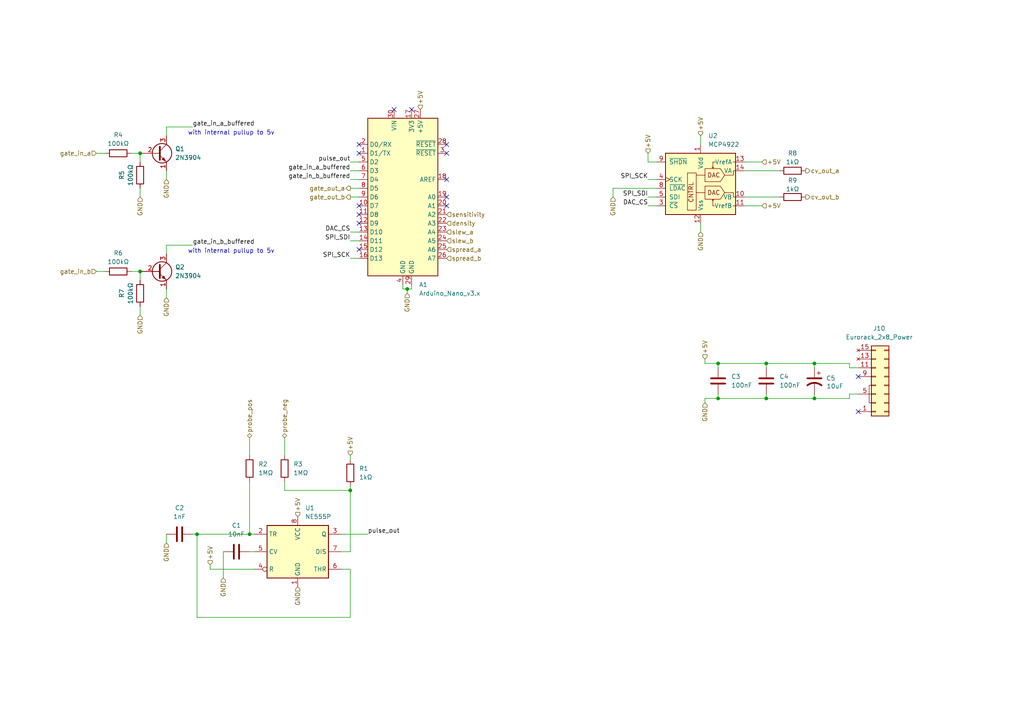
<source format=kicad_sch>
(kicad_sch (version 20250114) (generator "eeschema") (generator_version "9.0")
  (paper "A4")
  (lib_symbols
    (symbol "Analog_DAC:MCP4922" (pin_names (offset 1.016))
      (property "Reference" "U" (at -1.905 10.795 0))
      (property "Value" "MCP4922" (at -1.905 8.89 0))
      (symbol "MCP4922_0_0"
        (polyline (pts (xy 3.556 3.302) (xy 3.302 3.556)))
        (polyline (pts (xy 3.556 3.302) (xy 3.81 3.556)))
        (polyline (pts (xy 3.556 -5.842) (xy 3.302 -6.096)))
        (polyline (pts (xy 3.556 -5.842) (xy 3.81 -6.096)))
        (polyline (pts (xy 4.064 -7.62) (xy 3.556 -7.62) (xy 3.556 -5.842)))
        (polyline (pts (xy 4.318 5.08) (xy 3.556 5.08) (xy 3.556 3.302)))
        (polyline (pts (xy 6.985 1.27) (xy 9.525 1.27) (xy 9.525 2.54) (xy 10.16 2.54)))
        (polyline (pts (xy 6.985 -3.81) (xy 9.525 -3.81) (xy 9.525 -5.08) (xy 10.16 -5.08)))
        (polyline (pts (xy 10.16 5.08) (xy 9.398 5.08)))
        (polyline (pts (xy 10.16 -7.62) (xy 9.398 -7.62)))
        (text "CNTRL" (at -2.032 -6.731 900) (effects (font (size 1.27 1.27)) (justify left bottom)))
        (text "DAC" (at 3.81 1.27 0) (effects (font (size 1.27 1.27))))
        (text "DAC" (at 3.81 -3.81 0) (effects (font (size 1.27 1.27))))
      )
      (symbol "MCP4922_0_1"
        (rectangle (start -10.16 7.62) (end 10.16 -10.16) (stroke (width 0.254)) (fill (type background)))
        (rectangle (start -1.27 -8.89) (end -3.81 1.905))
        (polyline (pts (xy 1.27 1.27) (xy -1.27 1.27)))
        (polyline (pts (xy 1.27 -3.81) (xy -1.27 -3.81)))
        (polyline (pts (xy 6.985 1.27) (xy 5.715 3.175) (xy 1.27 3.175) (xy 1.27 -0.635) (xy 5.715 -0.635) (xy 6.985 1.27)))
        (polyline (pts (xy 6.985 -3.81) (xy 5.715 -1.905) (xy 1.27 -1.905) (xy 1.27 -5.715) (xy 5.715 -5.715) (xy 6.985 -3.81)))
      )
      (symbol "MCP4922_1_1"
        (pin output line (at -12.7 5.08 0) (length 2.54) (name "~{SHDN}") (number "9"))
        (pin input clock (at -12.7 0 0) (length 2.54) (name "SCK") (number "4"))
        (pin input line (at -12.7 -2.54 0) (length 2.54) (name "~{LDAC}") (number "8"))
        (pin input line (at -12.7 -5.08 0) (length 2.54) (name "SDI") (number "5"))
        (pin input line (at -12.7 -7.62 0) (length 2.54) (name "~{CS}") (number "3"))
        (pin no_connect line (at -7.62 -10.16 90) (length 2.54) (hide yes) (name "NC") (number "2"))
        (pin no_connect line (at -5.08 -10.16 90) (length 2.54) (hide yes) (name "NC") (number "6"))
        (pin no_connect line (at -2.54 -10.16 90) (length 2.54) (hide yes) (name "NC") (number "7"))
        (pin power_in line (at 0 10.16 270) (length 2.54) (name "Vdd") (number "1"))
        (pin power_in line (at 0 -12.7 90) (length 2.54) (name "Vss") (number "12"))
        (pin input line (at 12.7 5.08 180) (length 2.54) (name "VrefA") (number "13"))
        (pin output line (at 12.7 2.54 180) (length 2.54) (name "VA") (number "14"))
        (pin output line (at 12.7 -5.08 180) (length 2.54) (name "VB") (number "10"))
        (pin input line (at 12.7 -7.62 180) (length 2.54) (name "VrefB") (number "11"))
      )
    )
    (symbol "Device:C" (pin_numbers (hide yes)) (pin_names (offset 0.254))
      (property "Reference" "C" (at 0.635 2.54 0))
      (property "Value" "C" (at 0.635 -2.54 0))
      (symbol "C_0_1"
        (polyline (pts (xy -2.032 0.762) (xy 2.032 0.762)) (stroke (width 0.508)))
        (polyline (pts (xy -2.032 -0.762) (xy 2.032 -0.762)) (stroke (width 0.508)))
      )
      (symbol "C_1_1"
        (pin passive line (at 0 3.81 270) (length 2.794) (name "~") (number "1"))
        (pin passive line (at 0 -3.81 90) (length 2.794) (name "~") (number "2"))
      )
    )
    (symbol "Device:C_Polarized_US" (pin_numbers (hide yes)) (pin_names (offset 0.254) (hide yes))
      (property "Reference" "C" (at 0.635 2.54 0))
      (property "Value" "C_Polarized_US" (at 0.635 -2.54 0))
      (symbol "C_Polarized_US_0_1"
        (polyline (pts (xy -2.032 0.762) (xy 2.032 0.762)) (stroke (width 0.508)))
        (polyline (pts (xy -1.778 2.286) (xy -0.762 2.286)))
        (polyline (pts (xy -1.27 1.778) (xy -1.27 2.794)))
        (arc (start -2.032 -1.27) (mid 0 -0.5572) (end 2.032 -1.27) (stroke (width 0.508)))
      )
      (symbol "C_Polarized_US_1_1"
        (pin passive line (at 0 3.81 270) (length 2.794) (name "~") (number "1"))
        (pin passive line (at 0 -3.81 90) (length 3.302) (name "~") (number "2"))
      )
    )
    (symbol "Device:Q_NPN_EBC" (pin_names (offset 0) (hide yes))
      (property "Reference" "Q" (at 5.08 1.27 0))
      (property "Value" "Q_NPN_EBC" (at 5.08 -1.27 0))
      (symbol "Q_NPN_EBC_0_1"
        (polyline (pts (xy 0.635 1.905) (xy 0.635 -1.905) (xy 0.635 -1.905)) (stroke (width 0.508)))
        (polyline (pts (xy 0.635 0.635) (xy 2.54 2.54)))
        (polyline (pts (xy 0.635 -0.635) (xy 2.54 -2.54) (xy 2.54 -2.54)))
        (circle (center 1.27 0) (radius 2.8194) (stroke (width 0.254)))
        (polyline (pts (xy 1.27 -1.778) (xy 1.778 -1.27) (xy 2.286 -2.286) (xy 1.27 -1.778) (xy 1.27 -1.778)) (fill (type outline)))
      )
      (symbol "Q_NPN_EBC_1_1"
        (pin passive line (at -5.08 0 0) (length 5.715) (name "B") (number "2"))
        (pin passive line (at 2.54 5.08 270) (length 2.54) (name "C") (number "3"))
        (pin passive line (at 2.54 -5.08 90) (length 2.54) (name "E") (number "1"))
      )
    )
    (symbol "Device:R" (pin_numbers (hide yes)) (pin_names (offset 0))
      (property "Reference" "R" (at 2.032 0 90))
      (property "Value" "R" (at 0 0 90))
      (symbol "R_0_1"
        (rectangle (start -1.016 -2.54) (end 1.016 2.54) (stroke (width 0.254)))
      )
      (symbol "R_1_1"
        (pin passive line (at 0 3.81 270) (length 1.27) (name "~") (number "1"))
        (pin passive line (at 0 -3.81 90) (length 1.27) (name "~") (number "2"))
      )
    )
    (symbol "FreeModular:Eurorack_2x8_Power" (pin_names (offset 1.016) (hide yes))
      (property "Reference" "J1" (at 1.27 13.97 0))
      (property "Value" "Eurorack_2x8_Power" (at 1.905 11.43 0))
      (symbol "Eurorack_2x8_Power_0_1"
        (polyline (pts (xy -1.27 5.08) (xy -1.905 5.08) (xy -1.905 0) (xy -1.27 0)))
      )
      (symbol "Eurorack_2x8_Power_1_1"
        (rectangle (start -1.27 8.89) (end 3.81 -11.43) (stroke (width 0.254)) (fill (type background)))
        (rectangle (start -1.27 7.747) (end 0 7.493) (stroke (width 0.1524)))
        (rectangle (start -1.27 5.207) (end 0 4.953) (stroke (width 0.1524)))
        (rectangle (start -1.27 2.667) (end 0 2.413) (stroke (width 0.1524)))
        (rectangle (start -1.27 0.127) (end 0 -0.127) (stroke (width 0.1524)))
        (rectangle (start -1.27 -2.413) (end 0 -2.667) (stroke (width 0.1524)))
        (rectangle (start -1.27 -4.953) (end 0 -5.207) (stroke (width 0.1524)))
        (rectangle (start -1.27 -7.493) (end 0 -7.747) (stroke (width 0.1524)))
        (rectangle (start -1.27 -10.033) (end 0 -10.287) (stroke (width 0.1524)))
        (rectangle (start 3.81 7.747) (end 2.54 7.493) (stroke (width 0.1524)))
        (rectangle (start 3.81 5.207) (end 2.54 4.953) (stroke (width 0.1524)))
        (rectangle (start 3.81 2.667) (end 2.54 2.413) (stroke (width 0.1524)))
        (rectangle (start 3.81 0.127) (end 2.54 -0.127) (stroke (width 0.1524)))
        (rectangle (start 3.81 -2.413) (end 2.54 -2.667) (stroke (width 0.1524)))
        (rectangle (start 3.81 -4.953) (end 2.54 -5.207) (stroke (width 0.1524)))
        (rectangle (start 3.81 -7.493) (end 2.54 -7.747) (stroke (width 0.1524)))
        (rectangle (start 3.81 -10.033) (end 2.54 -10.287) (stroke (width 0.1524)))
        (pin power_out line (at -5.08 7.62 0) (length 3.81) (name "-12v") (number "1"))
        (pin passive line (at -5.08 7.62 0) (length 3.81) (hide yes) (name "-12v") (number "2"))
        (pin power_out line (at -5.08 2.54 0) (length 3.81) (hide yes) (name "GND") (number "3"))
        (pin passive line (at -5.08 2.54 0) (length 3.81) (hide yes) (name "GND") (number "4"))
        (pin power_out line (at -5.08 2.54 0) (length 3.81) (name "GND") (number "5"))
        (pin passive line (at -5.08 2.54 0) (length 3.81) (hide yes) (name "GND") (number "6"))
        (pin power_out line (at -5.08 2.54 0) (length 3.81) (hide yes) (name "GND") (number "7"))
        (pin passive line (at -5.08 2.54 0) (length 3.81) (hide yes) (name "GND") (number "8"))
        (pin passive line (at -5.08 -2.54 0) (length 3.81) (hide yes) (name "+12v") (number "10"))
        (pin power_out line (at -5.08 -2.54 0) (length 3.81) (name "+12v") (number "9"))
        (pin passive line (at -5.08 -5.08 0) (length 3.81) (name "+5v") (number "11"))
        (pin passive line (at -5.08 -5.08 0) (length 3.81) (hide yes) (name "+5v") (number "12"))
        (pin no_connect line (at -5.08 -7.62 0) (length 3.81) (name "Pin_13") (number "13"))
        (pin no_connect line (at -5.08 -10.16 0) (length 3.81) (name "Pin_15") (number "15"))
        (pin no_connect line (at 7.62 -7.62 180) (length 3.81) (hide yes) (name "Pin_14") (number "14"))
        (pin no_connect line (at 7.62 -10.16 180) (length 3.81) (hide yes) (name "Pin_16") (number "16"))
      )
    )
    (symbol "MCU_Module:Arduino_Nano_v3.x"
      (property "Reference" "A" (at -10.16 23.495 0))
      (property "Value" "Arduino_Nano_v3.x" (at 5.08 -24.13 0))
      (symbol "Arduino_Nano_v3.x_0_1"
        (rectangle (start -10.16 22.86) (end 10.16 -22.86) (stroke (width 0.254)) (fill (type background)))
      )
      (symbol "Arduino_Nano_v3.x_1_1"
        (pin bidirectional line (at -12.7 15.24 0) (length 2.54) (name "D0/RX") (number "2"))
        (pin bidirectional line (at -12.7 12.7 0) (length 2.54) (name "D1/TX") (number "1"))
        (pin bidirectional line (at -12.7 10.16 0) (length 2.54) (name "D2") (number "5"))
        (pin bidirectional line (at -12.7 7.62 0) (length 2.54) (name "D3") (number "6"))
        (pin bidirectional line (at -12.7 5.08 0) (length 2.54) (name "D4") (number "7"))
        (pin bidirectional line (at -12.7 2.54 0) (length 2.54) (name "D5") (number "8"))
        (pin bidirectional line (at -12.7 0 0) (length 2.54) (name "D6") (number "9"))
        (pin bidirectional line (at -12.7 -2.54 0) (length 2.54) (name "D7") (number "10"))
        (pin bidirectional line (at -12.7 -5.08 0) (length 2.54) (name "D8") (number "11"))
        (pin bidirectional line (at -12.7 -7.62 0) (length 2.54) (name "D9") (number "12"))
        (pin bidirectional line (at -12.7 -10.16 0) (length 2.54) (name "D10") (number "13"))
        (pin bidirectional line (at -12.7 -12.7 0) (length 2.54) (name "D11") (number "14"))
        (pin bidirectional line (at -12.7 -15.24 0) (length 2.54) (name "D12") (number "15"))
        (pin bidirectional line (at -12.7 -17.78 0) (length 2.54) (name "D13") (number "16"))
        (pin power_in line (at -2.54 25.4 270) (length 2.54) (name "VIN") (number "30"))
        (pin power_in line (at 0 -25.4 90) (length 2.54) (name "GND") (number "4"))
        (pin power_out line (at 2.54 25.4 270) (length 2.54) (name "3V3") (number "17"))
        (pin power_in line (at 2.54 -25.4 90) (length 2.54) (name "GND") (number "29"))
        (pin power_out line (at 5.08 25.4 270) (length 2.54) (name "+5V") (number "27"))
        (pin input line (at 12.7 15.24 180) (length 2.54) (name "~{RESET}") (number "28"))
        (pin input line (at 12.7 12.7 180) (length 2.54) (name "~{RESET}") (number "3"))
        (pin input line (at 12.7 5.08 180) (length 2.54) (name "AREF") (number "18"))
        (pin bidirectional line (at 12.7 0 180) (length 2.54) (name "A0") (number "19"))
        (pin bidirectional line (at 12.7 -2.54 180) (length 2.54) (name "A1") (number "20"))
        (pin bidirectional line (at 12.7 -5.08 180) (length 2.54) (name "A2") (number "21"))
        (pin bidirectional line (at 12.7 -7.62 180) (length 2.54) (name "A3") (number "22"))
        (pin bidirectional line (at 12.7 -10.16 180) (length 2.54) (name "A4") (number "23"))
        (pin bidirectional line (at 12.7 -12.7 180) (length 2.54) (name "A5") (number "24"))
        (pin bidirectional line (at 12.7 -15.24 180) (length 2.54) (name "A6") (number "25"))
        (pin bidirectional line (at 12.7 -17.78 180) (length 2.54) (name "A7") (number "26"))
      )
    )
    (symbol "Timer:NE555P"
      (property "Reference" "U" (at -10.16 8.89 0))
      (property "Value" "NE555P" (at 2.54 8.89 0))
      (symbol "NE555P_0_0"
        (pin power_in line (at 0 10.16 270) (length 2.54) (name "VCC") (number "8"))
        (pin power_in line (at 0 -10.16 90) (length 2.54) (name "GND") (number "1"))
      )
      (symbol "NE555P_0_1"
        (rectangle (start -8.89 -7.62) (end 8.89 7.62) (stroke (width 0.254)) (fill (type background)))
        (rectangle (start -8.89 -7.62) (end 8.89 7.62) (stroke (width 0.254)) (fill (type background)))
      )
      (symbol "NE555P_1_1"
        (pin input line (at -12.7 5.08 0) (length 3.81) (name "TR") (number "2"))
        (pin input line (at -12.7 0 0) (length 3.81) (name "CV") (number "5"))
        (pin input inverted (at -12.7 -5.08 0) (length 3.81) (name "R") (number "4"))
        (pin output line (at 12.7 5.08 180) (length 3.81) (name "Q") (number "3"))
        (pin input line (at 12.7 0 180) (length 3.81) (name "DIS") (number "7"))
        (pin input line (at 12.7 -5.08 180) (length 3.81) (name "THR") (number "6"))
      )
    )
  )
  (text "with internal pullup to 5v" (at 67.056 38.608 0) (effects (font (size 1.27 1.27))))
  (text "with internal pullup to 5v" (at 67.056 72.898 0) (effects (font (size 1.27 1.27))))
  (junction (at 72.39 154.94))
  (junction (at 101.6 142.24))
  (junction (at 208.28 115.57))
  (junction (at 40.64 44.45))
  (junction (at 57.15 154.94))
  (junction (at 118.11 83.82))
  (junction (at 236.22 115.57))
  (junction (at 40.64 78.74))
  (junction (at 222.25 105.41))
  (junction (at 236.22 105.41))
  (junction (at 222.25 115.57))
  (junction (at 208.28 105.41))
  (no_connect (at 129.54 52.07))
  (no_connect (at 248.92 119.38))
  (no_connect (at 104.14 44.45))
  (no_connect (at 129.54 59.69))
  (no_connect (at 129.54 44.45))
  (no_connect (at 248.92 109.22))
  (no_connect (at 104.14 41.91))
  (no_connect (at 104.14 59.69))
  (no_connect (at 114.3 31.75))
  (no_connect (at 129.54 41.91))
  (no_connect (at 104.14 72.39))
  (no_connect (at 104.14 62.23))
  (no_connect (at 104.14 64.77))
  (no_connect (at 119.38 31.75))
  (no_connect (at 129.54 57.15))
  (wire (pts (xy 204.47 105.41) (xy 208.28 105.41)))
  (wire (pts (xy 40.64 57.15) (xy 40.64 54.61)))
  (wire (pts (xy 208.28 115.57) (xy 208.28 114.3)))
  (wire (pts (xy 73.66 165.1) (xy 60.96 165.1)))
  (wire (pts (xy 203.2 39.37) (xy 203.2 41.91)))
  (wire (pts (xy 208.28 105.41) (xy 208.28 106.68)))
  (wire (pts (xy 48.26 154.94) (xy 48.26 157.48)))
  (wire (pts (xy 48.26 36.83) (xy 55.88 36.83)))
  (wire (pts (xy 55.88 154.94) (xy 57.15 154.94)))
  (wire (pts (xy 72.39 160.02) (xy 73.66 160.02)))
  (wire (pts (xy 101.6 69.85) (xy 104.14 69.85)))
  (wire (pts (xy 72.39 154.94) (xy 57.15 154.94)))
  (wire (pts (xy 116.84 82.55) (xy 116.84 83.82)))
  (wire (pts (xy 48.26 36.83) (xy 48.26 39.37)))
  (wire (pts (xy 64.77 160.02) (xy 64.77 167.64)))
  (wire (pts (xy 101.6 46.99) (xy 104.14 46.99)))
  (wire (pts (xy 101.6 132.08) (xy 101.6 133.35)))
  (wire (pts (xy 101.6 142.24) (xy 101.6 160.02)))
  (wire (pts (xy 101.6 67.31) (xy 104.14 67.31)))
  (wire (pts (xy 72.39 139.7) (xy 72.39 154.94)))
  (wire (pts (xy 187.96 46.99) (xy 190.5 46.99)))
  (wire (pts (xy 177.8 57.15) (xy 177.8 54.61)))
  (wire (pts (xy 208.28 105.41) (xy 222.25 105.41)))
  (wire (pts (xy 101.6 179.07) (xy 101.6 165.1)))
  (wire (pts (xy 208.28 115.57) (xy 222.25 115.57)))
  (wire (pts (xy 40.64 81.28) (xy 40.64 78.74)))
  (wire (pts (xy 101.6 49.53) (xy 104.14 49.53)))
  (wire (pts (xy 187.96 57.15) (xy 190.5 57.15)))
  (wire (pts (xy 248.92 106.68) (xy 246.38 106.68)))
  (wire (pts (xy 99.06 160.02) (xy 101.6 160.02)))
  (wire (pts (xy 177.8 54.61) (xy 190.5 54.61)))
  (wire (pts (xy 101.6 140.97) (xy 101.6 142.24)))
  (wire (pts (xy 48.26 71.12) (xy 48.26 73.66)))
  (wire (pts (xy 248.92 114.3) (xy 246.38 114.3)))
  (wire (pts (xy 236.22 105.41) (xy 236.22 106.68)))
  (wire (pts (xy 116.84 83.82) (xy 118.11 83.82)))
  (wire (pts (xy 215.9 46.99) (xy 220.98 46.99)))
  (wire (pts (xy 27.94 44.45) (xy 30.48 44.45)))
  (wire (pts (xy 40.64 46.99) (xy 40.64 44.45)))
  (wire (pts (xy 48.26 71.12) (xy 55.88 71.12)))
  (wire (pts (xy 57.15 179.07) (xy 101.6 179.07)))
  (wire (pts (xy 215.9 57.15) (xy 226.06 57.15)))
  (wire (pts (xy 57.15 154.94) (xy 57.15 179.07)))
  (wire (pts (xy 48.26 49.53) (xy 48.26 52.07)))
  (wire (pts (xy 215.9 49.53) (xy 226.06 49.53)))
  (wire (pts (xy 101.6 57.15) (xy 104.14 57.15)))
  (wire (pts (xy 236.22 105.41) (xy 222.25 105.41)))
  (wire (pts (xy 215.9 59.69) (xy 220.98 59.69)))
  (wire (pts (xy 38.1 78.74) (xy 40.64 78.74)))
  (wire (pts (xy 187.96 52.07) (xy 190.5 52.07)))
  (wire (pts (xy 72.39 127) (xy 72.39 132.08)))
  (wire (pts (xy 101.6 54.61) (xy 104.14 54.61)))
  (wire (pts (xy 82.55 127) (xy 82.55 132.08)))
  (wire (pts (xy 187.96 44.45) (xy 187.96 46.99)))
  (wire (pts (xy 204.47 104.14) (xy 204.47 105.41)))
  (wire (pts (xy 246.38 106.68) (xy 246.38 105.41)))
  (wire (pts (xy 236.22 105.41) (xy 246.38 105.41)))
  (wire (pts (xy 82.55 142.24) (xy 101.6 142.24)))
  (wire (pts (xy 73.66 154.94) (xy 72.39 154.94)))
  (wire (pts (xy 99.06 154.94) (xy 106.68 154.94)))
  (wire (pts (xy 118.11 83.82) (xy 119.38 83.82)))
  (wire (pts (xy 204.47 115.57) (xy 208.28 115.57)))
  (wire (pts (xy 236.22 115.57) (xy 246.38 115.57)))
  (wire (pts (xy 236.22 114.3) (xy 236.22 115.57)))
  (wire (pts (xy 27.94 78.74) (xy 30.48 78.74)))
  (wire (pts (xy 48.26 83.82) (xy 48.26 86.36)))
  (wire (pts (xy 222.25 115.57) (xy 222.25 114.3)))
  (wire (pts (xy 119.38 83.82) (xy 119.38 82.55)))
  (wire (pts (xy 222.25 105.41) (xy 222.25 106.68)))
  (wire (pts (xy 101.6 74.93) (xy 104.14 74.93)))
  (wire (pts (xy 101.6 52.07) (xy 104.14 52.07)))
  (wire (pts (xy 40.64 91.44) (xy 40.64 88.9)))
  (wire (pts (xy 118.11 83.82) (xy 118.11 85.09)))
  (wire (pts (xy 204.47 115.57) (xy 204.47 116.84)))
  (wire (pts (xy 38.1 44.45) (xy 40.64 44.45)))
  (wire (pts (xy 101.6 165.1) (xy 99.06 165.1)))
  (wire (pts (xy 222.25 115.57) (xy 236.22 115.57)))
  (wire (pts (xy 246.38 114.3) (xy 246.38 115.57)))
  (wire (pts (xy 187.96 59.69) (xy 190.5 59.69)))
  (wire (pts (xy 82.55 139.7) (xy 82.55 142.24)))
  (wire (pts (xy 203.2 67.31) (xy 203.2 64.77)))
  (wire (pts (xy 60.96 163.83) (xy 60.96 165.1)))
  (label "pulse_out" (at 101.6 46.99 180))
  (label "gate_in_b_buffered" (at 101.6 52.07 180))
  (label "SPI_SDI" (at 187.96 57.15 180))
  (label "DAC_CS" (at 187.96 59.69 180))
  (label "SPI_SCK" (at 101.6 74.93 180))
  (label "pulse_out" (at 106.68 154.94 0))
  (label "gate_in_a_buffered" (at 55.88 36.83 0))
  (label "DAC_CS" (at 101.6 67.31 180))
  (label "gate_in_b_buffered" (at 55.88 71.12 0))
  (label "SPI_SDI" (at 101.6 69.85 180))
  (label "gate_in_a_buffered" (at 101.6 49.53 180))
  (label "SPI_SCK" (at 187.96 52.07 180))
  (hierarchical_label "cv_out_a" (shape output) (at 233.68 49.53 0))
  (hierarchical_label "+5V" (shape input) (at 204.47 104.14 90))
  (hierarchical_label "sensitivity" (shape input) (at 129.54 62.23 0))
  (hierarchical_label "GND" (shape input) (at 118.11 85.09 270))
  (hierarchical_label "spread_a" (shape input) (at 129.54 72.39 0))
  (hierarchical_label "+5V" (shape input) (at 86.36 149.86 90))
  (hierarchical_label "gate_in_b" (shape input) (at 27.94 78.74 180))
  (hierarchical_label "GND" (shape input) (at 40.64 57.15 270))
  (hierarchical_label "probe_pos" (shape bidirectional) (at 72.39 127 90))
  (hierarchical_label "GND" (shape input) (at 40.64 91.44 270))
  (hierarchical_label "+5V" (shape input) (at 121.92 31.75 90))
  (hierarchical_label "cv_out_b" (shape output) (at 233.68 57.15 0))
  (hierarchical_label "GND" (shape input) (at 48.26 157.48 270))
  (hierarchical_label "slew_b" (shape input) (at 129.54 69.85 0))
  (hierarchical_label "GND" (shape input) (at 48.26 52.07 270))
  (hierarchical_label "GND" (shape input) (at 86.36 170.18 270))
  (hierarchical_label "gate_out_b" (shape output) (at 101.6 57.15 180))
  (hierarchical_label "GND" (shape input) (at 48.26 86.36 270))
  (hierarchical_label "gate_in_a" (shape input) (at 27.94 44.45 180))
  (hierarchical_label "gate_out_a" (shape output) (at 101.6 54.61 180))
  (hierarchical_label "+5V" (shape input) (at 220.98 59.69 0))
  (hierarchical_label "+5V" (shape input) (at 187.96 44.45 90))
  (hierarchical_label "GND" (shape input) (at 177.8 57.15 270))
  (hierarchical_label "+5V" (shape input) (at 101.6 132.08 90))
  (hierarchical_label "+5V" (shape input) (at 60.96 163.83 90))
  (hierarchical_label "GND" (shape input) (at 204.47 116.84 270))
  (hierarchical_label "GND" (shape input) (at 64.77 167.64 270))
  (hierarchical_label "GND" (shape input) (at 203.2 67.31 270))
  (hierarchical_label "density" (shape input) (at 129.54 64.77 0))
  (hierarchical_label "+5V" (shape input) (at 203.2 39.37 90))
  (hierarchical_label "+5V" (shape input) (at 220.98 46.99 0))
  (hierarchical_label "spread_b" (shape input) (at 129.54 74.93 0))
  (hierarchical_label "slew_a" (shape input) (at 129.54 67.31 0))
  (hierarchical_label "probe_neg" (shape bidirectional) (at 82.55 127 90))
  (symbol (lib_id "Device:R") (at 40.64 50.8 180) (unit 1)
    (property "Reference" "R5" (at 35.306 50.8 90))
    (property "Value" "100kΩ" (at 37.846 50.8 90))
    (property "Footprint" "Resistor_THT:R_Axial_DIN0207_L6.3mm_D2.5mm_P10.16mm_Horizontal" (effects (hide yes)))
    (property "Description" "Resistor" (effects (hide yes)))
  )
  (symbol (lib_id "MCU_Module:Arduino_Nano_v3.x") (at 116.84 57.15 0) (unit 1)
    (property "Reference" "A1" (at 121.5233 82.55 0) (effects (justify left)))
    (property "Value" "Arduino_Nano_v3.x" (at 121.5233 85.09 0) (effects (justify left)))
    (property "Footprint" "Module:Arduino_Nano" (effects (hide yes)))
    (property "Datasheet" "http://www.mouser.com/pdfdocs/Gravitech_Arduino_Nano3_0.pdf" (effects (hide yes)))
    (property "Description" "Arduino Nano v3.x" (effects (hide yes)))
  )
  (symbol (lib_id "Device:R") (at 34.29 44.45 90) (unit 1)
    (property "Reference" "R4" (at 34.29 39.116 90))
    (property "Value" "100kΩ" (at 34.29 41.656 90))
    (property "Footprint" "Resistor_THT:R_Axial_DIN0207_L6.3mm_D2.5mm_P10.16mm_Horizontal" (effects (hide yes)))
    (property "Description" "Resistor" (effects (hide yes)))
  )
  (symbol (lib_id "Device:R") (at 101.6 137.16 0) (unit 1)
    (property "Reference" "R1" (at 104.14 135.8899 0) (effects (justify left)))
    (property "Value" "1kΩ" (at 104.14 138.4299 0) (effects (justify left)))
    (property "Description" "Resistor" (effects (hide yes)))
  )
  (symbol (lib_id "Device:Q_NPN_EBC") (at 45.72 44.45 0) (unit 1)
    (property "Reference" "Q1" (at 50.8 43.1799 0) (effects (justify left)))
    (property "Value" "2N3904" (at 50.8 45.7199 0) (effects (justify left)))
    (property "Footprint" "Package_TO_SOT_THT:TO-92L_Inline_Wide" (effects (hide yes)))
    (property "Description" "NPN transistor, emitter/base/collector" (effects (hide yes)))
    (property "Sim.Device" "NPN" (effects (hide yes)))
    (property "Sim.Type" "GUMMELPOON" (effects (hide yes)))
    (property "Sim.Pins" "1=C 2=B 3=E" (effects (hide yes)))
  )
  (symbol (lib_id "Timer:NE555P") (at 86.36 160.02 0) (unit 1)
    (property "Reference" "U1" (at 88.5033 147.32 0) (effects (justify left)))
    (property "Value" "NE555P" (at 88.5033 149.86 0) (effects (justify left)))
    (property "Footprint" "Package_DIP:DIP-8_W7.62mm" (effects (hide yes)))
    (property "Datasheet" "http://www.ti.com/lit/ds/symlink/ne555.pdf" (effects (hide yes)))
    (property "Description" "Precision Timers, 555 compatible,  PDIP-8" (effects (hide yes)))
  )
  (symbol (lib_id "Device:C_Polarized_US") (at 236.22 110.49 0) (mirror y) (unit 1)
    (property "Reference" "C5" (at 242.316 109.728 0) (effects (justify left)))
    (property "Value" "10uF" (at 244.602 112.014 0) (effects (justify left)))
    (property "Footprint" "Capacitor_THT:CP_Radial_D4.0mm_P1.50mm" (effects (hide yes)))
    (property "Description" "Polarized capacitor, US symbol" (effects (hide yes)))
  )
  (symbol (lib_id "Device:C") (at 222.25 110.49 180) (unit 1)
    (property "Reference" "C4" (at 226.06 109.2199 0) (effects (justify right)))
    (property "Value" "100nF" (at 226.06 111.7599 0) (effects (justify right)))
    (property "Description" "Unpolarized capacitor" (effects (hide yes)))
  )
  (symbol (lib_id "FreeModular:Eurorack_2x8_Power") (at 254 111.76 0) (mirror x) (unit 1)
    (property "Reference" "J10" (at 255.016 95.25 0))
    (property "Value" "Eurorack_2x8_Power" (at 255.016 97.79 0))
    (property "Footprint" "Connector_IDC:IDC-Header_2x08_P2.54mm_Vertical" (effects (hide yes)))
    (property "Description" "Generic connector, double row, 02x08, odd/even pin numbering scheme (row 1 odd numbers, row 2 even numbers), script generated (kicad-library-utils/schlib/autogen/connector/)" (effects (hide yes)))
  )
  (symbol (lib_id "Device:C") (at 208.28 110.49 180) (unit 1)
    (property "Reference" "C3" (at 212.09 109.2199 0) (effects (justify right)))
    (property "Value" "100nF" (at 212.09 111.7599 0) (effects (justify right)))
    (property "Description" "Unpolarized capacitor" (effects (hide yes)))
  )
  (symbol (lib_id "Device:R") (at 229.87 57.15 90) (unit 1)
    (property "Reference" "R9" (at 229.87 52.324 90))
    (property "Value" "1kΩ" (at 229.87 54.864 90))
    (property "Footprint" "Resistor_THT:R_Axial_DIN0207_L6.3mm_D2.5mm_P10.16mm_Horizontal" (effects (hide yes)))
    (property "Description" "Resistor" (effects (hide yes)))
  )
  (symbol (lib_id "Device:R") (at 229.87 49.53 90) (unit 1)
    (property "Reference" "R8" (at 229.87 44.45 90))
    (property "Value" "1kΩ" (at 229.87 46.99 90))
    (property "Footprint" "Resistor_THT:R_Axial_DIN0207_L6.3mm_D2.5mm_P10.16mm_Horizontal" (effects (hide yes)))
    (property "Description" "Resistor" (effects (hide yes)))
  )
  (symbol (lib_id "Analog_DAC:MCP4922") (at 203.2 52.07 0) (unit 1)
    (property "Reference" "U2" (at 205.3941 39.37 0) (effects (justify left)))
    (property "Value" "MCP4922" (at 205.3941 41.91 0) (effects (justify left)))
    (property "Footprint" "Package_DIP:DIP-14_W7.62mm" (effects (hide yes)))
    (property "Datasheet" "http://ww1.microchip.com/downloads/en/DeviceDoc/22250A.pdf" (effects (hide yes)))
    (property "Description" "2-Channel 12-Bit D/A Converters with SPI Interface" (effects (hide yes)))
  )
  (symbol (lib_id "Device:Q_NPN_EBC") (at 45.72 78.74 0) (unit 1)
    (property "Reference" "Q2" (at 50.8 77.4699 0) (effects (justify left)))
    (property "Value" "2N3904" (at 50.8 80.0099 0) (effects (justify left)))
    (property "Footprint" "Package_TO_SOT_THT:TO-92L_Inline_Wide" (effects (hide yes)))
    (property "Description" "NPN transistor, emitter/base/collector" (effects (hide yes)))
    (property "Sim.Device" "NPN" (effects (hide yes)))
    (property "Sim.Type" "GUMMELPOON" (effects (hide yes)))
    (property "Sim.Pins" "1=C 2=B 3=E" (effects (hide yes)))
  )
  (symbol (lib_id "Device:R") (at 34.29 78.74 90) (unit 1)
    (property "Reference" "R6" (at 34.29 73.406 90))
    (property "Value" "100kΩ" (at 34.29 75.946 90))
    (property "Footprint" "Resistor_THT:R_Axial_DIN0207_L6.3mm_D2.5mm_P10.16mm_Horizontal" (effects (hide yes)))
    (property "Description" "Resistor" (effects (hide yes)))
  )
  (symbol (lib_id "Device:R") (at 72.39 135.89 0) (unit 1)
    (property "Reference" "R2" (at 74.93 134.6199 0) (effects (justify left)))
    (property "Value" "1MΩ" (at 74.93 137.1599 0) (effects (justify left)))
    (property "Description" "Resistor" (effects (hide yes)))
  )
  (symbol (lib_id "Device:C") (at 68.58 160.02 90) (unit 1)
    (property "Reference" "C1" (at 68.58 152.4 90))
    (property "Value" "10nF" (at 68.58 154.94 90))
    (property "Description" "Unpolarized capacitor" (effects (hide yes)))
  )
  (symbol (lib_id "Device:C") (at 52.07 154.94 90) (unit 1)
    (property "Reference" "C2" (at 52.07 147.32 90))
    (property "Value" "1nF" (at 52.07 149.86 90))
    (property "Description" "Unpolarized capacitor" (effects (hide yes)))
  )
  (symbol (lib_id "Device:R") (at 82.55 135.89 0) (unit 1)
    (property "Reference" "R3" (at 85.09 134.6199 0) (effects (justify left)))
    (property "Value" "1MΩ" (at 85.09 137.1599 0) (effects (justify left)))
    (property "Description" "Resistor" (effects (hide yes)))
  )
  (symbol (lib_id "Device:R") (at 40.64 85.09 180) (unit 1)
    (property "Reference" "R7" (at 35.306 85.09 90))
    (property "Value" "100kΩ" (at 37.846 85.09 90))
    (property "Footprint" "Resistor_THT:R_Axial_DIN0207_L6.3mm_D2.5mm_P10.16mm_Horizontal" (effects (hide yes)))
    (property "Description" "Resistor" (effects (hide yes)))
  )
)
</source>
